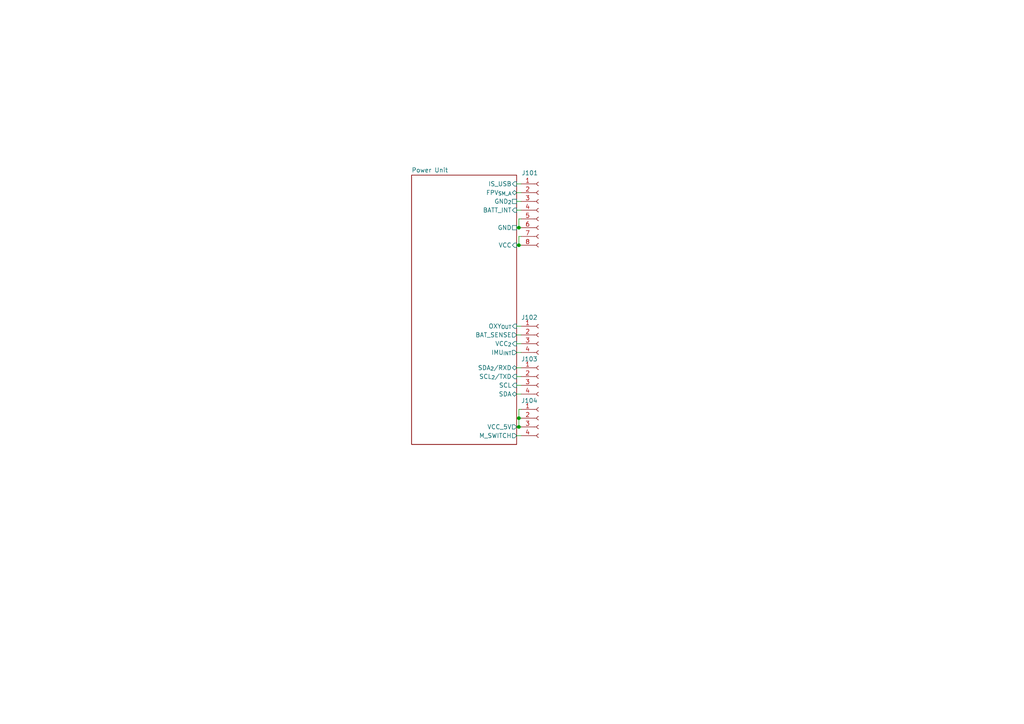
<source format=kicad_sch>
(kicad_sch (version 20211123) (generator eeschema)
  (paper "A4")
  (title_block (title "Power Unit - CanSat 2023") (date "2023-01-19") (company "Project SkyFall") (comment 1 "David Haisman"))
  (lib_symbols
    (symbol "Connector:Conn_01x04_Female" (pin_names (offset 1.016) hide)
      (property "Reference" "J" (at 0 5.08 0))
      (property "Value" "Conn_01x04_Female" (at 0 -7.62 0))
      (symbol "Conn_01x04_Female_1_1"
        (arc (start 0 -4.572) (mid -0.508 -5.08) (end 0 -5.588) (stroke (width 0.1524)))
        (arc (start 0 -2.032) (mid -0.508 -2.54) (end 0 -3.048) (stroke (width 0.1524)))
        (polyline (pts (xy -1.27 -5.08) (xy -0.508 -5.08)) (stroke (width 0.1524)))
        (polyline (pts (xy -1.27 -2.54) (xy -0.508 -2.54)) (stroke (width 0.1524)))
        (polyline (pts (xy -1.27 0) (xy -0.508 0)) (stroke (width 0.1524)))
        (polyline (pts (xy -1.27 2.54) (xy -0.508 2.54)) (stroke (width 0.1524)))
        (arc (start 0 0.508) (mid -0.508 0) (end 0 -0.508) (stroke (width 0.1524)))
        (arc (start 0 3.048) (mid -0.508 2.54) (end 0 2.032) (stroke (width 0.1524)))
        (pin passive line (at -5.08 2.54 0) (length 3.81) (name "Pin_1") (number "1"))
        (pin passive line (at -5.08 0 0) (length 3.81) (name "Pin_2") (number "2"))
        (pin passive line (at -5.08 -2.54 0) (length 3.81) (name "Pin_3") (number "3"))
        (pin passive line (at -5.08 -5.08 0) (length 3.81) (name "Pin_4") (number "4"))
      )
    )
    (symbol "Connector:Conn_01x08_Female" (pin_names (offset 1.016) hide)
      (property "Reference" "J" (at 0 10.16 0))
      (property "Value" "Conn_01x08_Female" (at 0 -12.7 0))
      (symbol "Conn_01x08_Female_1_1"
        (arc (start 0 -9.652) (mid -0.508 -10.16) (end 0 -10.668) (stroke (width 0.1524)))
        (arc (start 0 -7.112) (mid -0.508 -7.62) (end 0 -8.128) (stroke (width 0.1524)))
        (arc (start 0 -4.572) (mid -0.508 -5.08) (end 0 -5.588) (stroke (width 0.1524)))
        (arc (start 0 -2.032) (mid -0.508 -2.54) (end 0 -3.048) (stroke (width 0.1524)))
        (polyline (pts (xy -1.27 -10.16) (xy -0.508 -10.16)) (stroke (width 0.1524)))
        (polyline (pts (xy -1.27 -7.62) (xy -0.508 -7.62)) (stroke (width 0.1524)))
        (polyline (pts (xy -1.27 -5.08) (xy -0.508 -5.08)) (stroke (width 0.1524)))
        (polyline (pts (xy -1.27 -2.54) (xy -0.508 -2.54)) (stroke (width 0.1524)))
        (polyline (pts (xy -1.27 0) (xy -0.508 0)) (stroke (width 0.1524)))
        (polyline (pts (xy -1.27 2.54) (xy -0.508 2.54)) (stroke (width 0.1524)))
        (polyline (pts (xy -1.27 5.08) (xy -0.508 5.08)) (stroke (width 0.1524)))
        (polyline (pts (xy -1.27 7.62) (xy -0.508 7.62)) (stroke (width 0.1524)))
        (arc (start 0 0.508) (mid -0.508 0) (end 0 -0.508) (stroke (width 0.1524)))
        (arc (start 0 3.048) (mid -0.508 2.54) (end 0 2.032) (stroke (width 0.1524)))
        (arc (start 0 5.588) (mid -0.508 5.08) (end 0 4.572) (stroke (width 0.1524)))
        (arc (start 0 8.128) (mid -0.508 7.62) (end 0 7.112) (stroke (width 0.1524)))
        (pin passive line (at -5.08 7.62 0) (length 3.81) (name "Pin_1") (number "1"))
        (pin passive line (at -5.08 5.08 0) (length 3.81) (name "Pin_2") (number "2"))
        (pin passive line (at -5.08 2.54 0) (length 3.81) (name "Pin_3") (number "3"))
        (pin passive line (at -5.08 0 0) (length 3.81) (name "Pin_4") (number "4"))
        (pin passive line (at -5.08 -2.54 0) (length 3.81) (name "Pin_5") (number "5"))
        (pin passive line (at -5.08 -5.08 0) (length 3.81) (name "Pin_6") (number "6"))
        (pin passive line (at -5.08 -7.62 0) (length 3.81) (name "Pin_7") (number "7"))
        (pin passive line (at -5.08 -10.16 0) (length 3.81) (name "Pin_8") (number "8"))
      )
    )
  )
  (junction (at 150.495 71.12))
  (junction (at 150.495 66.04))
  (junction (at 150.495 123.825))
  (junction (at 150.495 121.285))
  (wire (pts (xy 150.495 66.04) (xy 151.13 66.04)))
  (wire (pts (xy 149.86 94.615) (xy 151.13 94.615)))
  (wire (pts (xy 151.13 68.58) (xy 150.495 68.58)))
  (wire (pts (xy 151.13 63.5) (xy 150.495 63.5)))
  (wire (pts (xy 149.86 71.12) (xy 150.495 71.12)))
  (wire (pts (xy 149.86 58.42) (xy 151.13 58.42)))
  (wire (pts (xy 151.13 60.96) (xy 149.86 60.96)))
  (wire (pts (xy 150.495 118.745) (xy 150.495 121.285)))
  (wire (pts (xy 149.86 66.04) (xy 150.495 66.04)))
  (wire (pts (xy 151.13 97.155) (xy 149.86 97.155)))
  (wire (pts (xy 151.13 53.34) (xy 149.86 53.34)))
  (wire (pts (xy 149.86 109.22) (xy 151.13 109.22)))
  (wire (pts (xy 149.86 106.68) (xy 151.13 106.68)))
  (wire (pts (xy 151.13 55.88) (xy 149.86 55.88)))
  (wire (pts (xy 149.86 126.365) (xy 151.13 126.365)))
  (wire (pts (xy 151.13 102.235) (xy 149.86 102.235)))
  (wire (pts (xy 150.495 71.12) (xy 151.13 71.12)))
  (wire (pts (xy 150.495 68.58) (xy 150.495 71.12)))
  (wire (pts (xy 150.495 121.285) (xy 151.13 121.285)))
  (wire (pts (xy 151.13 118.745) (xy 150.495 118.745)))
  (wire (pts (xy 149.86 123.825) (xy 150.495 123.825)))
  (wire (pts (xy 150.495 123.825) (xy 151.13 123.825)))
  (wire (pts (xy 149.86 111.76) (xy 151.13 111.76)))
  (wire (pts (xy 150.495 121.285) (xy 150.495 123.825)))
  (wire (pts (xy 149.86 114.3) (xy 151.13 114.3)))
  (wire (pts (xy 150.495 63.5) (xy 150.495 66.04)))
  (wire (pts (xy 149.86 99.695) (xy 151.13 99.695)))
  (symbol (lib_id "Connector:Conn_01x04_Female") (at 156.21 109.22 0) (unit 1)
    (property "Reference" "J103" (at 151.13 104.14 0) (effects (justify left)))
    (property "Value" "Conn_02x02_Female" (effects hide))
    (property "Footprint" "CanSat_2023:PinSocket_2x02_P2.54mm_Vertical" (effects hide))
  )
  (symbol (lib_id "Connector:Conn_01x08_Female") (at 156.21 60.96 0) (unit 1)
    (property "Reference" "J101" (at 153.67 50.165 0))
    (property "Value" "Conn_02x04_Female" (effects hide))
    (property "Footprint" "CanSat_2023:PinSocket_2x04_P2.54mm_Vertical" (effects hide))
  )
  (symbol (lib_id "Connector:Conn_01x04_Female") (at 156.21 97.155 0) (unit 1)
    (property "Reference" "J102" (at 151.13 92.075 0) (effects (justify left)))
    (property "Value" "Conn_02x02_Female" (effects hide))
    (property "Footprint" "CanSat_2023:PinSocket_2x02_P2.54mm_Vertical" (effects hide))
  )
  (symbol (lib_id "Connector:Conn_01x04_Female") (at 156.21 121.285 0) (unit 1)
    (property "Reference" "J104" (at 151.13 116.205 0) (effects (justify left)))
    (property "Value" "Conn_02x02_Female" (effects hide))
    (property "Footprint" "CanSat_2023:PinSocket_2x02_P2.54mm_Vertical" (effects hide))
  )
  (sheet (at 119.38 50.8) (size 30.48 78.105) (stroke (width 0.1524))
    (property "Sheet name" "Power Unit" (at 119.38 50.0884 0) (effects (justify left bottom)))
    (property "Sheet file" "../Hiearchical sheets/powerUnit2.kicad_sch" (effects hide))
    (pin "M_SWITCH" output (at 149.86 126.365 0))
    (pin "FPV_{SM_A}" bidirectional (at 149.86 55.88 0))
    (pin "GND" passive (at 149.86 66.04 0))
    (pin "GND_{2}" passive (at 149.86 58.42 0))
    (pin "SCL" input (at 149.86 111.76 0))
    (pin "SDA" bidirectional (at 149.86 114.3 0))
    (pin "VCC_5V" output (at 149.86 123.825 0))
    (pin "VCC" input (at 149.86 71.12 0))
    (pin "IS_USB" input (at 149.86 53.34 0))
    (pin "BAT_SENSE" output (at 149.86 97.155 0))
    (pin "IMU_{INT}" output (at 149.86 102.235 0))
    (pin "BATT_INT" input (at 149.86 60.96 0))
    (pin "OXY_{OUT}" input (at 149.86 94.615 0))
    (pin "VCC_{2}" input (at 149.86 99.695 0))
    (pin "SDA_{2}{slash}RXD" bidirectional (at 149.86 106.68 0))
    (pin "SCL_{2}{slash}TXD" input (at 149.86 109.22 0))
  )
)
</source>
